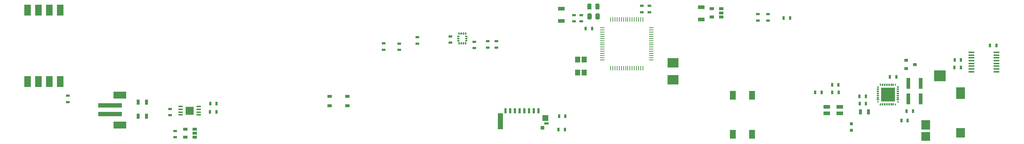
<source format=gbr>
G04 #@! TF.GenerationSoftware,KiCad,Pcbnew,(5.1.4-0-10_14)*
G04 #@! TF.CreationDate,2021-04-14T17:20:28-04:00*
G04 #@! TF.ProjectId,Vindor,56696e64-6f72-42e6-9b69-6361645f7063,rev?*
G04 #@! TF.SameCoordinates,Original*
G04 #@! TF.FileFunction,Paste,Top*
G04 #@! TF.FilePolarity,Positive*
%FSLAX46Y46*%
G04 Gerber Fmt 4.6, Leading zero omitted, Abs format (unit mm)*
G04 Created by KiCad (PCBNEW (5.1.4-0-10_14)) date 2021-04-14 17:20:28*
%MOMM*%
%LPD*%
G04 APERTURE LIST*
%ADD10C,0.100000*%
%ADD11R,1.000000X0.400000*%
%ADD12R,1.880000X1.980000*%
%ADD13C,0.100000*%
%ADD14R,0.500000X0.300000*%
%ADD15R,0.300000X0.500000*%
%ADD16R,3.200000X3.200000*%
%ADD17R,0.599440X0.899160*%
%ADD18R,0.899160X2.499360*%
%ADD19R,0.899160X0.599440*%
%ADD20R,1.150000X1.400000*%
%ADD21R,2.700000X2.600000*%
%ADD22R,2.100000X2.700000*%
%ADD23R,2.100000X2.200000*%
%ADD24R,2.100000X2.000000*%
%ADD25R,2.500000X2.200000*%
%ADD26R,1.524000X2.540000*%
%ADD27R,0.300000X0.550000*%
%ADD28R,0.550000X0.300000*%
%ADD29R,0.950000X0.850000*%
%ADD30R,1.000000X0.600000*%
%ADD31R,1.450000X1.400000*%
%ADD32R,1.200000X3.790000*%
%ADD33R,0.600000X1.250000*%
%ADD34R,0.285000X1.100000*%
%ADD35R,1.100000X0.285000*%
%ADD36R,1.597660X0.899160*%
%ADD37R,1.473200X0.355600*%
%ADD38R,0.698500X1.297940*%
%ADD39R,0.797560X0.797560*%
%ADD40R,1.498600X0.899160*%
%ADD41C,0.975000*%
%ADD42C,1.600000*%
%ADD43C,1.000000*%
%ADD44R,1.400000X2.100000*%
%ADD45R,1.050000X0.650000*%
%ADD46R,1.060000X0.650000*%
%ADD47R,0.900000X0.800000*%
G04 APERTURE END LIST*
D10*
G36*
X204746400Y11256964D02*
G01*
X204746400Y11857000D01*
X205046270Y11857000D01*
X205046270Y11256964D01*
X204746400Y11256964D01*
G37*
G36*
X205236400Y11226405D02*
G01*
X205236400Y11827000D01*
X205535209Y11827000D01*
X205535209Y11226405D01*
X205236400Y11226405D01*
G37*
G36*
X205736400Y11226870D02*
G01*
X205736400Y11827000D01*
X206036357Y11827000D01*
X206036357Y11226870D01*
X205736400Y11226870D01*
G37*
G36*
X206236400Y11226828D02*
G01*
X206236400Y11827000D01*
X206536630Y11827000D01*
X206536630Y11226828D01*
X206236400Y11226828D01*
G37*
G36*
X206736400Y11226726D02*
G01*
X206736400Y11827000D01*
X207037221Y11827000D01*
X207037221Y11226726D01*
X206736400Y11226726D01*
G37*
G36*
X207246400Y11256800D02*
G01*
X207246400Y11857000D01*
X207547340Y11857000D01*
X207547340Y11256800D01*
X207246400Y11256800D01*
G37*
G36*
X204746400Y10256320D02*
G01*
X204746400Y10857000D01*
X205045830Y10857000D01*
X205045830Y10256320D01*
X204746400Y10256320D01*
G37*
G36*
X205236400Y10226880D02*
G01*
X205236400Y10827000D01*
X205536345Y10827000D01*
X205536345Y10226880D01*
X205236400Y10226880D01*
G37*
G36*
X205736400Y10225620D02*
G01*
X205736400Y10827000D01*
X206036294Y10827000D01*
X206036294Y10225620D01*
X205736400Y10225620D01*
G37*
G36*
X206236400Y10225040D02*
G01*
X206236400Y10827000D01*
X206537002Y10827000D01*
X206537002Y10225040D01*
X206236400Y10225040D01*
G37*
G36*
X206736400Y10225440D02*
G01*
X206736400Y10827000D01*
X207037483Y10827000D01*
X207037483Y10225440D01*
X206736400Y10225440D01*
G37*
G36*
X207246400Y10256200D02*
G01*
X207246400Y10857000D01*
X207547260Y10857000D01*
X207547260Y10256200D01*
X207246400Y10256200D01*
G37*
G36*
X204746400Y12257923D02*
G01*
X204746400Y12857000D01*
X205044950Y12857000D01*
X205044950Y12257923D01*
X204746400Y12257923D01*
G37*
G36*
X205236400Y12227786D02*
G01*
X205236400Y12827000D01*
X205535726Y12827000D01*
X205535726Y12227786D01*
X205236400Y12227786D01*
G37*
G36*
X205736400Y12227353D02*
G01*
X205736400Y12827000D01*
X206036350Y12827000D01*
X206036350Y12227353D01*
X205736400Y12227353D01*
G37*
G36*
X206236400Y12227586D02*
G01*
X206236400Y12827000D01*
X206536735Y12827000D01*
X206536735Y12227586D01*
X206236400Y12227586D01*
G37*
G36*
X206736400Y12227589D02*
G01*
X206736400Y12827000D01*
X207037157Y12827000D01*
X207037157Y12227589D01*
X206736400Y12227589D01*
G37*
G36*
X207246400Y12257864D02*
G01*
X207246400Y12857000D01*
X207548130Y12857000D01*
X207548130Y12257864D01*
X207246400Y12257864D01*
G37*
D11*
X40991100Y6749140D03*
D12*
X43091100Y7724140D03*
D11*
X40991100Y7399140D03*
X40991100Y8049140D03*
X40991100Y8699140D03*
X45191100Y8699140D03*
X45191100Y8049140D03*
X45191100Y7399140D03*
X45191100Y6749140D03*
D13*
X203845160Y13307060D03*
D10*
G36*
X203845160Y13457060D02*
G01*
X204095160Y13307060D01*
X204095160Y13157060D01*
X203595160Y13157060D01*
X203595160Y13457060D01*
X203845160Y13457060D01*
X203845160Y13457060D01*
G37*
D13*
X203845160Y9806940D03*
D10*
G36*
X204095160Y9956940D02*
G01*
X204095160Y9806940D01*
X203845160Y9656940D01*
X203595160Y9656940D01*
X203595160Y9956940D01*
X204095160Y9956940D01*
X204095160Y9956940D01*
G37*
D14*
X203846400Y10307000D03*
X203846400Y10807000D03*
X203846400Y11307000D03*
X203846400Y11807000D03*
X203846400Y12307000D03*
D13*
X204396340Y13858240D03*
D10*
G36*
X204546340Y13608240D02*
G01*
X204396340Y13608240D01*
X204246340Y13858240D01*
X204246340Y14108240D01*
X204546340Y14108240D01*
X204546340Y13608240D01*
X204546340Y13608240D01*
G37*
D15*
X204896400Y13857000D03*
X205396400Y13857000D03*
X205896400Y13857000D03*
X206396400Y13857000D03*
X206896400Y13857000D03*
D13*
X207896460Y13858240D03*
D10*
G36*
X208046460Y13858240D02*
G01*
X207896460Y13608240D01*
X207746460Y13608240D01*
X207746460Y14108240D01*
X208046460Y14108240D01*
X208046460Y13858240D01*
X208046460Y13858240D01*
G37*
D13*
X208445100Y13307060D03*
D10*
G36*
X208195100Y13157060D02*
G01*
X208195100Y13307060D01*
X208445100Y13457060D01*
X208695100Y13457060D01*
X208695100Y13157060D01*
X208195100Y13157060D01*
X208195100Y13157060D01*
G37*
D14*
X208446400Y12807000D03*
X208446400Y12307000D03*
X208446400Y11807000D03*
X208446400Y11307000D03*
X208446400Y10807000D03*
D13*
X208457800Y9804400D03*
D10*
G36*
X208457800Y9654400D02*
G01*
X208207800Y9804400D01*
X208207800Y9954400D01*
X208707800Y9954400D01*
X208707800Y9654400D01*
X208457800Y9654400D01*
X208457800Y9654400D01*
G37*
D13*
X207899000Y9257000D03*
D10*
G36*
X207749000Y9507000D02*
G01*
X207899000Y9507000D01*
X208049000Y9257000D01*
X208049000Y9007000D01*
X207749000Y9007000D01*
X207749000Y9507000D01*
X207749000Y9507000D01*
G37*
D15*
X207396400Y9257000D03*
X206896400Y9257000D03*
X206396400Y9257000D03*
D16*
X206146400Y11557000D03*
D13*
X204396400Y9257000D03*
D10*
G36*
X204246400Y9257000D02*
G01*
X204396400Y9507000D01*
X204546400Y9507000D01*
X204546400Y9007000D01*
X204246400Y9007000D01*
X204246400Y9257000D01*
X204246400Y9257000D01*
G37*
D15*
X204896400Y9257000D03*
X205396400Y9257000D03*
X205896400Y9257000D03*
D14*
X208446400Y10307000D03*
D15*
X207396400Y13857000D03*
D14*
X203846400Y12807000D03*
D17*
X49403000Y9425940D03*
X47904400Y9425940D03*
D18*
X210887200Y10490200D03*
X213782800Y10490200D03*
X210887200Y14190200D03*
X213782800Y14190200D03*
D19*
X39690040Y1524000D03*
X39690040Y3022600D03*
D20*
X133667600Y16737200D03*
X133667600Y19737200D03*
X135267600Y16737200D03*
X135267600Y19737200D03*
D21*
X218276128Y15940649D03*
D22*
X223071990Y11837789D03*
D23*
X223074200Y2537779D03*
X214974200Y4437779D03*
D24*
X214974200Y1737779D03*
D19*
X92049600Y23507700D03*
X92049600Y22009100D03*
X96291400Y24980900D03*
X96291400Y23482300D03*
X88417400Y22034500D03*
X88417400Y23533100D03*
D25*
X155963610Y15000000D03*
X155963610Y19000000D03*
D26*
X5283200Y31343600D03*
X7823200Y31343600D03*
X10363200Y31343600D03*
X12903200Y31343600D03*
X12903200Y14579600D03*
X10363200Y14579600D03*
X7823200Y14579600D03*
X5283200Y14579600D03*
D27*
X107531600Y25851300D03*
X107031600Y25851300D03*
X106531600Y25851300D03*
X106031600Y25851300D03*
D28*
X105869100Y25188800D03*
X105869100Y24688800D03*
X105869100Y24188800D03*
D27*
X106031600Y23526300D03*
X106531600Y23526300D03*
X107031600Y23526300D03*
X107531600Y23526300D03*
D28*
X107694100Y24188800D03*
X107694100Y24688800D03*
X107694100Y25188800D03*
D19*
X109575600Y23914100D03*
X109575600Y22415500D03*
X103987600Y25184100D03*
X103987600Y23685500D03*
D29*
X125470720Y3778739D03*
D30*
X126395720Y4753739D03*
D31*
X126170720Y6003739D03*
D32*
X115695720Y5248739D03*
D33*
X116845720Y7728739D03*
X117945720Y7728739D03*
X119045720Y7728739D03*
X120145720Y7728739D03*
X121245720Y7728739D03*
X122345720Y7728739D03*
X123445720Y7728739D03*
X124545720Y7728739D03*
D17*
X210489800Y7620000D03*
X211988400Y7620000D03*
D19*
X38577520Y8186420D03*
X38577520Y6687820D03*
D17*
X230009700Y23063200D03*
X231508300Y23063200D03*
X208140300Y15722600D03*
X206641700Y15722600D03*
X199517000Y11150600D03*
X201015600Y11150600D03*
X201041000Y9423400D03*
X199542400Y9423400D03*
D34*
X141427000Y17725400D03*
X141927000Y17725400D03*
X142427000Y17725400D03*
X142927000Y17725400D03*
X143427000Y17725400D03*
X143927000Y17725400D03*
X144427000Y17725400D03*
X144927000Y17725400D03*
X145427000Y17725400D03*
X145927000Y17725400D03*
X146427000Y17725400D03*
X146927000Y17725400D03*
X147427000Y17725400D03*
X147927000Y17725400D03*
X148427000Y17725400D03*
X148927000Y17725400D03*
D35*
X150877000Y19675400D03*
X150877000Y20175400D03*
X150877000Y20675400D03*
X150877000Y21175400D03*
X150877000Y21675400D03*
X150877000Y22175400D03*
X150877000Y22675400D03*
X150877000Y23175400D03*
X150877000Y23675400D03*
X150877000Y24175400D03*
X150877000Y24675400D03*
X150877000Y25175400D03*
X150877000Y25675400D03*
X150877000Y26175400D03*
X150877000Y26675400D03*
X150877000Y27175400D03*
X139477000Y19675400D03*
X139477000Y20175400D03*
X139477000Y20675400D03*
X139477000Y21175400D03*
X139477000Y21675400D03*
X139477000Y22175400D03*
X139477000Y22675400D03*
X139477000Y23175400D03*
X139477000Y23675400D03*
X139477000Y24175400D03*
X139477000Y24675400D03*
X139477000Y25175400D03*
X139477000Y25675400D03*
X139477000Y26175400D03*
X139477000Y26675400D03*
X139477000Y27175400D03*
D34*
X141427000Y29125400D03*
X141927000Y29125400D03*
X142427000Y29125400D03*
X142927000Y29125400D03*
X143427000Y29125400D03*
X143927000Y29125400D03*
X144427000Y29125400D03*
X144927000Y29125400D03*
X145427000Y29125400D03*
X145927000Y29125400D03*
X146427000Y29125400D03*
X146927000Y29125400D03*
X147427000Y29125400D03*
X147927000Y29125400D03*
X148427000Y29125400D03*
X148927000Y29125400D03*
D19*
X150495000Y30822900D03*
X150495000Y32321500D03*
D36*
X162534600Y29108400D03*
X162534600Y32004000D03*
D19*
X148717000Y30822900D03*
X148717000Y32321500D03*
D37*
X231495600Y21463000D03*
X231495600Y20802600D03*
X231495600Y20142200D03*
X231495600Y19507200D03*
X231495600Y18846800D03*
X231495600Y18211800D03*
X231495600Y17551400D03*
X231495600Y16891000D03*
X225653600Y16891000D03*
X225653600Y17551400D03*
X225653600Y18211800D03*
X225653600Y18846800D03*
X225653600Y19507200D03*
X225653600Y20142200D03*
X225653600Y20802600D03*
X225653600Y21463000D03*
D17*
X49390300Y7444740D03*
X47891700Y7444740D03*
D38*
X199710040Y7493000D03*
X201609960Y7493000D03*
X33017460Y9735820D03*
X31117540Y9735820D03*
X33017460Y6433820D03*
X31117540Y6433820D03*
D36*
X129895600Y31724600D03*
X129895600Y28829000D03*
D19*
X132816600Y30200600D03*
X132816600Y28702000D03*
X134518400Y30187900D03*
X134518400Y28689300D03*
D17*
X135597900Y27025600D03*
X137096500Y27025600D03*
X130853180Y6416040D03*
X129354580Y6416040D03*
D39*
X197662800Y4673600D03*
X197662800Y3175000D03*
D40*
X194950080Y8666480D03*
X194950080Y7167880D03*
X191851280Y7167880D03*
X191851280Y8666480D03*
D10*
G36*
X136718742Y32880626D02*
G01*
X136742403Y32877116D01*
X136765607Y32871304D01*
X136788129Y32863246D01*
X136809753Y32853018D01*
X136830270Y32840721D01*
X136849483Y32826471D01*
X136867207Y32810407D01*
X136883271Y32792683D01*
X136897521Y32773470D01*
X136909818Y32752953D01*
X136920046Y32731329D01*
X136928104Y32708807D01*
X136933916Y32685603D01*
X136937426Y32661942D01*
X136938600Y32638050D01*
X136938600Y31725550D01*
X136937426Y31701658D01*
X136933916Y31677997D01*
X136928104Y31654793D01*
X136920046Y31632271D01*
X136909818Y31610647D01*
X136897521Y31590130D01*
X136883271Y31570917D01*
X136867207Y31553193D01*
X136849483Y31537129D01*
X136830270Y31522879D01*
X136809753Y31510582D01*
X136788129Y31500354D01*
X136765607Y31492296D01*
X136742403Y31486484D01*
X136718742Y31482974D01*
X136694850Y31481800D01*
X136207350Y31481800D01*
X136183458Y31482974D01*
X136159797Y31486484D01*
X136136593Y31492296D01*
X136114071Y31500354D01*
X136092447Y31510582D01*
X136071930Y31522879D01*
X136052717Y31537129D01*
X136034993Y31553193D01*
X136018929Y31570917D01*
X136004679Y31590130D01*
X135992382Y31610647D01*
X135982154Y31632271D01*
X135974096Y31654793D01*
X135968284Y31677997D01*
X135964774Y31701658D01*
X135963600Y31725550D01*
X135963600Y32638050D01*
X135964774Y32661942D01*
X135968284Y32685603D01*
X135974096Y32708807D01*
X135982154Y32731329D01*
X135992382Y32752953D01*
X136004679Y32773470D01*
X136018929Y32792683D01*
X136034993Y32810407D01*
X136052717Y32826471D01*
X136071930Y32840721D01*
X136092447Y32853018D01*
X136114071Y32863246D01*
X136136593Y32871304D01*
X136159797Y32877116D01*
X136183458Y32880626D01*
X136207350Y32881800D01*
X136694850Y32881800D01*
X136718742Y32880626D01*
X136718742Y32880626D01*
G37*
D41*
X136451100Y32181800D03*
D10*
G36*
X138593742Y32880626D02*
G01*
X138617403Y32877116D01*
X138640607Y32871304D01*
X138663129Y32863246D01*
X138684753Y32853018D01*
X138705270Y32840721D01*
X138724483Y32826471D01*
X138742207Y32810407D01*
X138758271Y32792683D01*
X138772521Y32773470D01*
X138784818Y32752953D01*
X138795046Y32731329D01*
X138803104Y32708807D01*
X138808916Y32685603D01*
X138812426Y32661942D01*
X138813600Y32638050D01*
X138813600Y31725550D01*
X138812426Y31701658D01*
X138808916Y31677997D01*
X138803104Y31654793D01*
X138795046Y31632271D01*
X138784818Y31610647D01*
X138772521Y31590130D01*
X138758271Y31570917D01*
X138742207Y31553193D01*
X138724483Y31537129D01*
X138705270Y31522879D01*
X138684753Y31510582D01*
X138663129Y31500354D01*
X138640607Y31492296D01*
X138617403Y31486484D01*
X138593742Y31482974D01*
X138569850Y31481800D01*
X138082350Y31481800D01*
X138058458Y31482974D01*
X138034797Y31486484D01*
X138011593Y31492296D01*
X137989071Y31500354D01*
X137967447Y31510582D01*
X137946930Y31522879D01*
X137927717Y31537129D01*
X137909993Y31553193D01*
X137893929Y31570917D01*
X137879679Y31590130D01*
X137867382Y31610647D01*
X137857154Y31632271D01*
X137849096Y31654793D01*
X137843284Y31677997D01*
X137839774Y31701658D01*
X137838600Y31725550D01*
X137838600Y32638050D01*
X137839774Y32661942D01*
X137843284Y32685603D01*
X137849096Y32708807D01*
X137857154Y32731329D01*
X137867382Y32752953D01*
X137879679Y32773470D01*
X137893929Y32792683D01*
X137909993Y32810407D01*
X137927717Y32826471D01*
X137946930Y32840721D01*
X137967447Y32853018D01*
X137989071Y32863246D01*
X138011593Y32871304D01*
X138034797Y32877116D01*
X138058458Y32880626D01*
X138082350Y32881800D01*
X138569850Y32881800D01*
X138593742Y32880626D01*
X138593742Y32880626D01*
G37*
D41*
X138326100Y32181800D03*
D10*
G36*
X136744142Y30569226D02*
G01*
X136767803Y30565716D01*
X136791007Y30559904D01*
X136813529Y30551846D01*
X136835153Y30541618D01*
X136855670Y30529321D01*
X136874883Y30515071D01*
X136892607Y30499007D01*
X136908671Y30481283D01*
X136922921Y30462070D01*
X136935218Y30441553D01*
X136945446Y30419929D01*
X136953504Y30397407D01*
X136959316Y30374203D01*
X136962826Y30350542D01*
X136964000Y30326650D01*
X136964000Y29414150D01*
X136962826Y29390258D01*
X136959316Y29366597D01*
X136953504Y29343393D01*
X136945446Y29320871D01*
X136935218Y29299247D01*
X136922921Y29278730D01*
X136908671Y29259517D01*
X136892607Y29241793D01*
X136874883Y29225729D01*
X136855670Y29211479D01*
X136835153Y29199182D01*
X136813529Y29188954D01*
X136791007Y29180896D01*
X136767803Y29175084D01*
X136744142Y29171574D01*
X136720250Y29170400D01*
X136232750Y29170400D01*
X136208858Y29171574D01*
X136185197Y29175084D01*
X136161993Y29180896D01*
X136139471Y29188954D01*
X136117847Y29199182D01*
X136097330Y29211479D01*
X136078117Y29225729D01*
X136060393Y29241793D01*
X136044329Y29259517D01*
X136030079Y29278730D01*
X136017782Y29299247D01*
X136007554Y29320871D01*
X135999496Y29343393D01*
X135993684Y29366597D01*
X135990174Y29390258D01*
X135989000Y29414150D01*
X135989000Y30326650D01*
X135990174Y30350542D01*
X135993684Y30374203D01*
X135999496Y30397407D01*
X136007554Y30419929D01*
X136017782Y30441553D01*
X136030079Y30462070D01*
X136044329Y30481283D01*
X136060393Y30499007D01*
X136078117Y30515071D01*
X136097330Y30529321D01*
X136117847Y30541618D01*
X136139471Y30551846D01*
X136161993Y30559904D01*
X136185197Y30565716D01*
X136208858Y30569226D01*
X136232750Y30570400D01*
X136720250Y30570400D01*
X136744142Y30569226D01*
X136744142Y30569226D01*
G37*
D41*
X136476500Y29870400D03*
D10*
G36*
X138619142Y30569226D02*
G01*
X138642803Y30565716D01*
X138666007Y30559904D01*
X138688529Y30551846D01*
X138710153Y30541618D01*
X138730670Y30529321D01*
X138749883Y30515071D01*
X138767607Y30499007D01*
X138783671Y30481283D01*
X138797921Y30462070D01*
X138810218Y30441553D01*
X138820446Y30419929D01*
X138828504Y30397407D01*
X138834316Y30374203D01*
X138837826Y30350542D01*
X138839000Y30326650D01*
X138839000Y29414150D01*
X138837826Y29390258D01*
X138834316Y29366597D01*
X138828504Y29343393D01*
X138820446Y29320871D01*
X138810218Y29299247D01*
X138797921Y29278730D01*
X138783671Y29259517D01*
X138767607Y29241793D01*
X138749883Y29225729D01*
X138730670Y29211479D01*
X138710153Y29199182D01*
X138688529Y29188954D01*
X138666007Y29180896D01*
X138642803Y29175084D01*
X138619142Y29171574D01*
X138595250Y29170400D01*
X138107750Y29170400D01*
X138083858Y29171574D01*
X138060197Y29175084D01*
X138036993Y29180896D01*
X138014471Y29188954D01*
X137992847Y29199182D01*
X137972330Y29211479D01*
X137953117Y29225729D01*
X137935393Y29241793D01*
X137919329Y29259517D01*
X137905079Y29278730D01*
X137892782Y29299247D01*
X137882554Y29320871D01*
X137874496Y29343393D01*
X137868684Y29366597D01*
X137865174Y29390258D01*
X137864000Y29414150D01*
X137864000Y30326650D01*
X137865174Y30350542D01*
X137868684Y30374203D01*
X137874496Y30397407D01*
X137882554Y30419929D01*
X137892782Y30441553D01*
X137905079Y30462070D01*
X137919329Y30481283D01*
X137935393Y30499007D01*
X137953117Y30515071D01*
X137972330Y30529321D01*
X137992847Y30541618D01*
X138014471Y30551846D01*
X138036993Y30559904D01*
X138060197Y30565716D01*
X138083858Y30569226D01*
X138107750Y30570400D01*
X138595250Y30570400D01*
X138619142Y30569226D01*
X138619142Y30569226D01*
G37*
D41*
X138351500Y29870400D03*
D42*
X26811800Y11367980D03*
D10*
G36*
X25311800Y12167980D02*
G01*
X28311800Y12167980D01*
X28311800Y10567980D01*
X25311800Y10567980D01*
X25311800Y12167980D01*
X25311800Y12167980D01*
G37*
D43*
X24561800Y6967980D03*
D10*
G36*
X21811800Y7467980D02*
G01*
X27311800Y7467980D01*
X27311800Y6467980D01*
X21811800Y6467980D01*
X21811800Y7467980D01*
X21811800Y7467980D01*
G37*
D43*
X24561800Y8967980D03*
D10*
G36*
X21811800Y9467980D02*
G01*
X27311800Y9467980D01*
X27311800Y8467980D01*
X21811800Y8467980D01*
X21811800Y9467980D01*
X21811800Y9467980D01*
G37*
D42*
X26811800Y4367980D03*
D10*
G36*
X25311800Y5167980D02*
G01*
X28311800Y5167980D01*
X28311800Y3567980D01*
X25311800Y3567980D01*
X25311800Y5167980D01*
X25311800Y5167980D01*
G37*
D19*
X112725200Y24079200D03*
X112725200Y22580600D03*
X114706400Y24066500D03*
X114706400Y22567900D03*
X175782800Y30390200D03*
X175782800Y28891600D03*
X178182800Y28890200D03*
X178182800Y30388800D03*
D17*
X221683500Y17840200D03*
X223182100Y17840200D03*
X221733500Y19640200D03*
X223232100Y19640200D03*
X210786980Y5461000D03*
X209288380Y5461000D03*
X130700780Y3322320D03*
X129202180Y3322320D03*
X193128900Y12065000D03*
X194627500Y12065000D03*
X193113660Y13853160D03*
X194612260Y13853160D03*
X189166500Y12065000D03*
X190665100Y12065000D03*
D44*
X169932800Y2240200D03*
X169932800Y11340200D03*
X174432800Y2240200D03*
X174432800Y11340200D03*
D45*
X79933620Y8940220D03*
X75783620Y8940220D03*
X79933620Y11090220D03*
X75783620Y11090220D03*
D46*
X165066800Y29758600D03*
X165066800Y31658600D03*
X167266800Y31658600D03*
X167266800Y30708600D03*
X167266800Y29758600D03*
X42118100Y1541740D03*
X42118100Y3441740D03*
X44318100Y3441740D03*
X44318100Y2491740D03*
X44318100Y1541740D03*
D47*
X212429600Y18592800D03*
X210429600Y17642800D03*
X210429600Y19542800D03*
D17*
X183282100Y29490200D03*
X181783500Y29490200D03*
D19*
X14681200Y11290300D03*
X14681200Y9791700D03*
M02*

</source>
